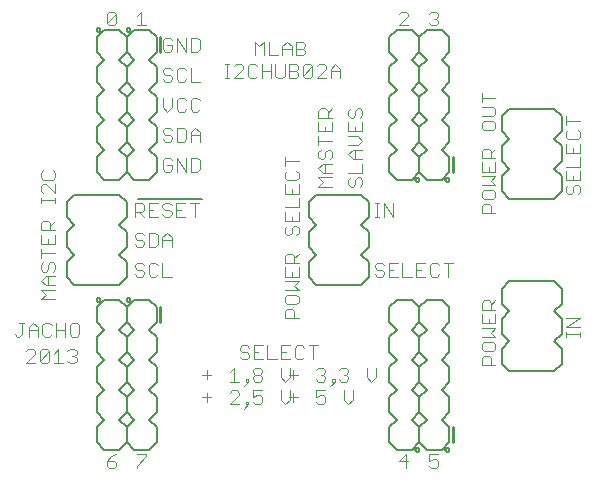
<source format=gbr>
G75*
G70*
%OFA0B0*%
%FSLAX24Y24*%
%IPPOS*%
%LPD*%
%AMOC8*
5,1,8,0,0,1.08239X$1,22.5*
%
%ADD10C,0.0040*%
%ADD11C,0.0079*%
%ADD12C,0.0100*%
%ADD13C,0.0060*%
%ADD14C,0.0050*%
D10*
X003920Y004385D02*
X003997Y004308D01*
X004150Y004308D01*
X004227Y004385D01*
X004227Y004461D01*
X004150Y004538D01*
X003920Y004538D01*
X003920Y004385D01*
X003920Y004538D02*
X004073Y004692D01*
X004227Y004768D01*
X004920Y004768D02*
X005227Y004768D01*
X005227Y004692D01*
X004920Y004385D01*
X004920Y004308D01*
X007261Y006510D02*
X007261Y006817D01*
X007108Y006663D02*
X007414Y006663D01*
X008028Y006817D02*
X008105Y006893D01*
X008258Y006893D01*
X008335Y006817D01*
X008335Y006740D01*
X008028Y006433D01*
X008335Y006433D01*
X008489Y006280D02*
X008642Y006433D01*
X008565Y006433D01*
X008565Y006510D01*
X008642Y006510D01*
X008642Y006433D01*
X008796Y006510D02*
X008872Y006433D01*
X009026Y006433D01*
X009103Y006510D01*
X009103Y006663D01*
X009026Y006740D01*
X008949Y006740D01*
X008796Y006663D01*
X008796Y006893D01*
X009103Y006893D01*
X009026Y007183D02*
X008872Y007183D01*
X008796Y007260D01*
X008796Y007336D01*
X008872Y007413D01*
X009026Y007413D01*
X009103Y007336D01*
X009103Y007260D01*
X009026Y007183D01*
X008642Y007183D02*
X008642Y007260D01*
X008565Y007260D01*
X008565Y007183D01*
X008642Y007183D01*
X008489Y007030D01*
X008335Y007183D02*
X008028Y007183D01*
X008182Y007183D02*
X008182Y007643D01*
X008028Y007490D01*
X008434Y007933D02*
X008358Y008010D01*
X008434Y007933D02*
X008588Y007933D01*
X008664Y008010D01*
X008664Y008086D01*
X008588Y008163D01*
X008434Y008163D01*
X008358Y008240D01*
X008358Y008317D01*
X008434Y008393D01*
X008588Y008393D01*
X008664Y008317D01*
X008818Y008393D02*
X008818Y007933D01*
X009125Y007933D01*
X009278Y007933D02*
X009585Y007933D01*
X009739Y007933D02*
X010046Y007933D01*
X010199Y008010D02*
X010276Y007933D01*
X010429Y007933D01*
X010506Y008010D01*
X010506Y008317D02*
X010429Y008393D01*
X010276Y008393D01*
X010199Y008317D01*
X010199Y008010D01*
X009892Y008163D02*
X009739Y008163D01*
X009739Y008393D02*
X009739Y007933D01*
X009716Y007643D02*
X009716Y007336D01*
X009870Y007183D01*
X010023Y007336D01*
X010023Y007643D01*
X010136Y007567D02*
X010136Y007260D01*
X009983Y007413D02*
X010289Y007413D01*
X010023Y006893D02*
X010023Y006586D01*
X009870Y006433D01*
X009716Y006586D01*
X009716Y006893D01*
X009983Y006663D02*
X010289Y006663D01*
X010136Y006510D02*
X010136Y006817D01*
X010903Y006893D02*
X010903Y006663D01*
X011057Y006740D01*
X011133Y006740D01*
X011210Y006663D01*
X011210Y006510D01*
X011133Y006433D01*
X010980Y006433D01*
X010903Y006510D01*
X010903Y006893D02*
X011210Y006893D01*
X011364Y007030D02*
X011517Y007183D01*
X011440Y007183D01*
X011440Y007260D01*
X011517Y007260D01*
X011517Y007183D01*
X011671Y007260D02*
X011747Y007183D01*
X011901Y007183D01*
X011978Y007260D01*
X011978Y007336D01*
X011901Y007413D01*
X011824Y007413D01*
X011901Y007413D02*
X011978Y007490D01*
X011978Y007567D01*
X011901Y007643D01*
X011747Y007643D01*
X011671Y007567D01*
X011210Y007567D02*
X011210Y007490D01*
X011133Y007413D01*
X011210Y007336D01*
X011210Y007260D01*
X011133Y007183D01*
X010980Y007183D01*
X010903Y007260D01*
X011057Y007413D02*
X011133Y007413D01*
X011210Y007567D02*
X011133Y007643D01*
X010980Y007643D01*
X010903Y007567D01*
X010813Y007933D02*
X010813Y008393D01*
X010966Y008393D02*
X010659Y008393D01*
X010046Y008393D02*
X009739Y008393D01*
X009278Y008393D02*
X009278Y007933D01*
X008971Y008163D02*
X008818Y008163D01*
X008818Y008393D02*
X009125Y008393D01*
X009026Y007643D02*
X009103Y007567D01*
X009103Y007490D01*
X009026Y007413D01*
X008872Y007413D02*
X008796Y007490D01*
X008796Y007567D01*
X008872Y007643D01*
X009026Y007643D01*
X007414Y007413D02*
X007108Y007413D01*
X007261Y007260D02*
X007261Y007567D01*
X009857Y009308D02*
X009857Y009538D01*
X009934Y009615D01*
X010087Y009615D01*
X010164Y009538D01*
X010164Y009308D01*
X010318Y009308D02*
X009857Y009308D01*
X009934Y009768D02*
X010241Y009768D01*
X010318Y009845D01*
X010318Y009999D01*
X010241Y010075D01*
X009934Y010075D01*
X009857Y009999D01*
X009857Y009845D01*
X009934Y009768D01*
X009857Y010229D02*
X010318Y010229D01*
X010164Y010382D01*
X010318Y010536D01*
X009857Y010536D01*
X009857Y010689D02*
X010318Y010689D01*
X010318Y010996D01*
X010318Y011150D02*
X009857Y011150D01*
X009857Y011380D01*
X009934Y011456D01*
X010087Y011456D01*
X010164Y011380D01*
X010164Y011150D01*
X010164Y011303D02*
X010318Y011456D01*
X010241Y012070D02*
X010318Y012147D01*
X010318Y012301D01*
X010241Y012377D01*
X010164Y012377D01*
X010087Y012301D01*
X010087Y012147D01*
X010011Y012070D01*
X009934Y012070D01*
X009857Y012147D01*
X009857Y012301D01*
X009934Y012377D01*
X009857Y012531D02*
X010318Y012531D01*
X010318Y012838D01*
X010318Y012991D02*
X010318Y013298D01*
X010318Y013452D02*
X010318Y013758D01*
X010241Y013912D02*
X010318Y013989D01*
X010318Y014142D01*
X010241Y014219D01*
X009934Y014219D02*
X009857Y014142D01*
X009857Y013989D01*
X009934Y013912D01*
X010241Y013912D01*
X010087Y013605D02*
X010087Y013452D01*
X009857Y013452D02*
X009857Y013758D01*
X009857Y013452D02*
X010318Y013452D01*
X010982Y013683D02*
X011136Y013836D01*
X010982Y013990D01*
X011443Y013990D01*
X011443Y014143D02*
X011136Y014143D01*
X010982Y014297D01*
X011136Y014450D01*
X011443Y014450D01*
X011366Y014604D02*
X011443Y014681D01*
X011443Y014834D01*
X011366Y014911D01*
X011289Y014911D01*
X011212Y014834D01*
X011212Y014681D01*
X011136Y014604D01*
X011059Y014604D01*
X010982Y014681D01*
X010982Y014834D01*
X011059Y014911D01*
X010982Y015064D02*
X010982Y015371D01*
X010982Y015218D02*
X011443Y015218D01*
X011443Y015525D02*
X011443Y015831D01*
X011443Y015985D02*
X010982Y015985D01*
X010982Y016215D01*
X011059Y016292D01*
X011212Y016292D01*
X011289Y016215D01*
X011289Y015985D01*
X011289Y016138D02*
X011443Y016292D01*
X011982Y016215D02*
X011982Y016062D01*
X012059Y015985D01*
X012136Y015985D01*
X012212Y016062D01*
X012212Y016215D01*
X012289Y016292D01*
X012366Y016292D01*
X012443Y016215D01*
X012443Y016062D01*
X012366Y015985D01*
X012443Y015831D02*
X012443Y015525D01*
X011982Y015525D01*
X011982Y015831D01*
X012212Y015678D02*
X012212Y015525D01*
X012289Y015371D02*
X011982Y015371D01*
X011982Y015064D02*
X012289Y015064D01*
X012443Y015218D01*
X012289Y015371D01*
X012212Y014911D02*
X012212Y014604D01*
X012136Y014604D02*
X011982Y014757D01*
X012136Y014911D01*
X012443Y014911D01*
X012443Y014604D02*
X012136Y014604D01*
X012443Y014450D02*
X012443Y014143D01*
X011982Y014143D01*
X012059Y013990D02*
X011982Y013913D01*
X011982Y013760D01*
X012059Y013683D01*
X012136Y013683D01*
X012212Y013760D01*
X012212Y013913D01*
X012289Y013990D01*
X012366Y013990D01*
X012443Y013913D01*
X012443Y013760D01*
X012366Y013683D01*
X012858Y013143D02*
X013011Y013143D01*
X012934Y013143D02*
X012934Y012683D01*
X012858Y012683D02*
X013011Y012683D01*
X013164Y012683D02*
X013164Y013143D01*
X013471Y012683D01*
X013471Y013143D01*
X011443Y013683D02*
X010982Y013683D01*
X011212Y014143D02*
X011212Y014450D01*
X010318Y014526D02*
X009857Y014526D01*
X009857Y014679D02*
X009857Y014372D01*
X010982Y015525D02*
X011443Y015525D01*
X011212Y015525D02*
X011212Y015678D01*
X010982Y015831D02*
X010982Y015525D01*
X011982Y016215D02*
X012059Y016292D01*
X011694Y017308D02*
X011694Y017615D01*
X011541Y017768D01*
X011387Y017615D01*
X011387Y017308D01*
X011234Y017308D02*
X010927Y017308D01*
X011234Y017615D01*
X011234Y017692D01*
X011157Y017768D01*
X011004Y017768D01*
X010927Y017692D01*
X010773Y017692D02*
X010466Y017385D01*
X010543Y017308D01*
X010697Y017308D01*
X010773Y017385D01*
X010773Y017692D01*
X010697Y017768D01*
X010543Y017768D01*
X010466Y017692D01*
X010466Y017385D01*
X010313Y017385D02*
X010236Y017308D01*
X010006Y017308D01*
X010006Y017768D01*
X010236Y017768D01*
X010313Y017692D01*
X010313Y017615D01*
X010236Y017538D01*
X010006Y017538D01*
X009853Y017385D02*
X009776Y017308D01*
X009622Y017308D01*
X009546Y017385D01*
X009546Y017768D01*
X009392Y017768D02*
X009392Y017308D01*
X009392Y017538D02*
X009085Y017538D01*
X008932Y017385D02*
X008855Y017308D01*
X008702Y017308D01*
X008625Y017385D01*
X008625Y017692D01*
X008702Y017768D01*
X008855Y017768D01*
X008932Y017692D01*
X009085Y017768D02*
X009085Y017308D01*
X008471Y017308D02*
X008164Y017308D01*
X008471Y017615D01*
X008471Y017692D01*
X008395Y017768D01*
X008241Y017768D01*
X008164Y017692D01*
X008011Y017768D02*
X007858Y017768D01*
X007934Y017768D02*
X007934Y017308D01*
X007858Y017308D02*
X008011Y017308D01*
X007023Y017183D02*
X006716Y017183D01*
X006716Y017643D01*
X006562Y017567D02*
X006486Y017643D01*
X006332Y017643D01*
X006255Y017567D01*
X006255Y017260D01*
X006332Y017183D01*
X006486Y017183D01*
X006562Y017260D01*
X006102Y017260D02*
X006025Y017183D01*
X005872Y017183D01*
X005795Y017260D01*
X005872Y017413D02*
X006025Y017413D01*
X006102Y017336D01*
X006102Y017260D01*
X005872Y017413D02*
X005795Y017490D01*
X005795Y017567D01*
X005872Y017643D01*
X006025Y017643D01*
X006102Y017567D01*
X006025Y018183D02*
X005872Y018183D01*
X005795Y018260D01*
X005795Y018567D01*
X005872Y018643D01*
X006025Y018643D01*
X006102Y018567D01*
X006102Y018413D02*
X005948Y018413D01*
X006102Y018413D02*
X006102Y018260D01*
X006025Y018183D01*
X006255Y018183D02*
X006255Y018643D01*
X006562Y018183D01*
X006562Y018643D01*
X006716Y018643D02*
X006946Y018643D01*
X007023Y018567D01*
X007023Y018260D01*
X006946Y018183D01*
X006716Y018183D01*
X006716Y018643D01*
X005227Y019058D02*
X004920Y019058D01*
X005073Y019058D02*
X005073Y019518D01*
X004920Y019365D01*
X004227Y019442D02*
X004227Y019135D01*
X004150Y019058D01*
X003997Y019058D01*
X003920Y019135D01*
X004227Y019442D01*
X004150Y019518D01*
X003997Y019518D01*
X003920Y019442D01*
X003920Y019135D01*
X005795Y016643D02*
X005795Y016336D01*
X005948Y016183D01*
X006102Y016336D01*
X006102Y016643D01*
X006255Y016567D02*
X006255Y016260D01*
X006332Y016183D01*
X006486Y016183D01*
X006562Y016260D01*
X006716Y016260D02*
X006793Y016183D01*
X006946Y016183D01*
X007023Y016260D01*
X007023Y016567D02*
X006946Y016643D01*
X006793Y016643D01*
X006716Y016567D01*
X006716Y016260D01*
X006562Y016567D02*
X006486Y016643D01*
X006332Y016643D01*
X006255Y016567D01*
X006255Y015643D02*
X006486Y015643D01*
X006562Y015567D01*
X006562Y015260D01*
X006486Y015183D01*
X006255Y015183D01*
X006255Y015643D01*
X006102Y015567D02*
X006025Y015643D01*
X005872Y015643D01*
X005795Y015567D01*
X005795Y015490D01*
X005872Y015413D01*
X006025Y015413D01*
X006102Y015336D01*
X006102Y015260D01*
X006025Y015183D01*
X005872Y015183D01*
X005795Y015260D01*
X005872Y014643D02*
X005795Y014567D01*
X005795Y014260D01*
X005872Y014183D01*
X006025Y014183D01*
X006102Y014260D01*
X006102Y014413D01*
X005948Y014413D01*
X006102Y014567D02*
X006025Y014643D01*
X005872Y014643D01*
X006255Y014643D02*
X006562Y014183D01*
X006562Y014643D01*
X006716Y014643D02*
X006946Y014643D01*
X007023Y014567D01*
X007023Y014260D01*
X006946Y014183D01*
X006716Y014183D01*
X006716Y014643D01*
X006255Y014643D02*
X006255Y014183D01*
X006239Y013143D02*
X006239Y012683D01*
X006546Y012683D01*
X006392Y012913D02*
X006239Y012913D01*
X006085Y012836D02*
X006085Y012760D01*
X006008Y012683D01*
X005855Y012683D01*
X005778Y012760D01*
X005625Y012683D02*
X005318Y012683D01*
X005318Y013143D01*
X005625Y013143D01*
X005778Y013067D02*
X005778Y012990D01*
X005855Y012913D01*
X006008Y012913D01*
X006085Y012836D01*
X006085Y013067D02*
X006008Y013143D01*
X005855Y013143D01*
X005778Y013067D01*
X005471Y012913D02*
X005318Y012913D01*
X005164Y012913D02*
X005088Y012836D01*
X004858Y012836D01*
X005011Y012836D02*
X005164Y012683D01*
X005164Y012913D02*
X005164Y013067D01*
X005088Y013143D01*
X004858Y013143D01*
X004858Y012683D01*
X004934Y012143D02*
X004858Y012067D01*
X004858Y011990D01*
X004934Y011913D01*
X005088Y011913D01*
X005164Y011836D01*
X005164Y011760D01*
X005088Y011683D01*
X004934Y011683D01*
X004858Y011760D01*
X004934Y012143D02*
X005088Y012143D01*
X005164Y012067D01*
X005318Y012143D02*
X005548Y012143D01*
X005625Y012067D01*
X005625Y011760D01*
X005548Y011683D01*
X005318Y011683D01*
X005318Y012143D01*
X005778Y011990D02*
X005778Y011683D01*
X005778Y011913D02*
X006085Y011913D01*
X006085Y011990D02*
X006085Y011683D01*
X006085Y011990D02*
X005932Y012143D01*
X005778Y011990D01*
X005778Y011143D02*
X005778Y010683D01*
X006085Y010683D01*
X005625Y010760D02*
X005548Y010683D01*
X005395Y010683D01*
X005318Y010760D01*
X005318Y011067D01*
X005395Y011143D01*
X005548Y011143D01*
X005625Y011067D01*
X005164Y011067D02*
X005088Y011143D01*
X004934Y011143D01*
X004858Y011067D01*
X004858Y010990D01*
X004934Y010913D01*
X005088Y010913D01*
X005164Y010836D01*
X005164Y010760D01*
X005088Y010683D01*
X004934Y010683D01*
X004858Y010760D01*
X003006Y009067D02*
X002929Y009143D01*
X002776Y009143D01*
X002699Y009067D01*
X002699Y008760D01*
X002776Y008683D01*
X002929Y008683D01*
X003006Y008760D01*
X003006Y009067D01*
X002546Y009143D02*
X002546Y008683D01*
X002546Y008913D02*
X002239Y008913D01*
X002085Y008760D02*
X002008Y008683D01*
X001855Y008683D01*
X001778Y008760D01*
X001778Y009067D01*
X001855Y009143D01*
X002008Y009143D01*
X002085Y009067D01*
X002239Y009143D02*
X002239Y008683D01*
X002307Y008268D02*
X002307Y007808D01*
X002460Y007808D02*
X002153Y007808D01*
X002000Y007885D02*
X001923Y007808D01*
X001770Y007808D01*
X001693Y007885D01*
X002000Y008192D01*
X002000Y007885D01*
X002153Y008115D02*
X002307Y008268D01*
X002614Y008192D02*
X002690Y008268D01*
X002844Y008268D01*
X002921Y008192D01*
X002921Y008115D01*
X002844Y008038D01*
X002921Y007961D01*
X002921Y007885D01*
X002844Y007808D01*
X002690Y007808D01*
X002614Y007885D01*
X002767Y008038D02*
X002844Y008038D01*
X002000Y008192D02*
X001923Y008268D01*
X001770Y008268D01*
X001693Y008192D01*
X001693Y007885D01*
X001539Y007808D02*
X001233Y007808D01*
X001539Y008115D01*
X001539Y008192D01*
X001463Y008268D01*
X001309Y008268D01*
X001233Y008192D01*
X001318Y008683D02*
X001318Y008990D01*
X001471Y009143D01*
X001625Y008990D01*
X001625Y008683D01*
X001625Y008913D02*
X001318Y008913D01*
X001088Y008760D02*
X001088Y009143D01*
X001164Y009143D02*
X001011Y009143D01*
X001088Y008760D02*
X001011Y008683D01*
X000934Y008683D01*
X000858Y008760D01*
X001732Y009933D02*
X001886Y010086D01*
X001732Y010240D01*
X002193Y010240D01*
X002193Y010393D02*
X001886Y010393D01*
X001732Y010547D01*
X001886Y010700D01*
X002193Y010700D01*
X002116Y010854D02*
X002193Y010931D01*
X002193Y011084D01*
X002116Y011161D01*
X002039Y011161D01*
X001962Y011084D01*
X001962Y010931D01*
X001886Y010854D01*
X001809Y010854D01*
X001732Y010931D01*
X001732Y011084D01*
X001809Y011161D01*
X001732Y011314D02*
X001732Y011621D01*
X001732Y011468D02*
X002193Y011468D01*
X002193Y011775D02*
X001732Y011775D01*
X001732Y012081D01*
X001732Y012235D02*
X001732Y012465D01*
X001809Y012542D01*
X001962Y012542D01*
X002039Y012465D01*
X002039Y012235D01*
X002039Y012388D02*
X002193Y012542D01*
X002193Y012235D02*
X001732Y012235D01*
X002193Y012081D02*
X002193Y011775D01*
X001962Y011775D02*
X001962Y011928D01*
X001962Y010700D02*
X001962Y010393D01*
X002193Y009933D02*
X001732Y009933D01*
X001732Y013156D02*
X001732Y013309D01*
X001732Y013232D02*
X002193Y013232D01*
X002193Y013156D02*
X002193Y013309D01*
X002193Y013463D02*
X001886Y013770D01*
X001809Y013770D01*
X001732Y013693D01*
X001732Y013539D01*
X001809Y013463D01*
X002193Y013463D02*
X002193Y013770D01*
X002116Y013923D02*
X001809Y013923D01*
X001732Y014000D01*
X001732Y014153D01*
X001809Y014230D01*
X002116Y014230D02*
X002193Y014153D01*
X002193Y014000D01*
X002116Y013923D01*
X006239Y013143D02*
X006546Y013143D01*
X006699Y013143D02*
X007006Y013143D01*
X006853Y013143D02*
X006853Y012683D01*
X006716Y015183D02*
X006716Y015490D01*
X006869Y015643D01*
X007023Y015490D01*
X007023Y015183D01*
X007023Y015413D02*
X006716Y015413D01*
X008858Y018058D02*
X008858Y018518D01*
X009011Y018365D01*
X009164Y018518D01*
X009164Y018058D01*
X009318Y018058D02*
X009625Y018058D01*
X009778Y018058D02*
X009778Y018365D01*
X009932Y018518D01*
X010085Y018365D01*
X010085Y018058D01*
X010239Y018058D02*
X010469Y018058D01*
X010546Y018135D01*
X010546Y018211D01*
X010469Y018288D01*
X010239Y018288D01*
X010085Y018288D02*
X009778Y018288D01*
X009318Y018518D02*
X009318Y018058D01*
X009853Y017768D02*
X009853Y017385D01*
X010236Y017538D02*
X010313Y017461D01*
X010313Y017385D01*
X010239Y018058D02*
X010239Y018518D01*
X010469Y018518D01*
X010546Y018442D01*
X010546Y018365D01*
X010469Y018288D01*
X011387Y017538D02*
X011694Y017538D01*
X013670Y019058D02*
X013977Y019365D01*
X013977Y019442D01*
X013900Y019518D01*
X013747Y019518D01*
X013670Y019442D01*
X013670Y019058D02*
X013977Y019058D01*
X014670Y019135D02*
X014747Y019058D01*
X014900Y019058D01*
X014977Y019135D01*
X014977Y019211D01*
X014900Y019288D01*
X014823Y019288D01*
X014900Y019288D02*
X014977Y019365D01*
X014977Y019442D01*
X014900Y019518D01*
X014747Y019518D01*
X014670Y019442D01*
X016420Y016798D02*
X016420Y016491D01*
X016420Y016338D02*
X016803Y016338D01*
X016880Y016261D01*
X016880Y016107D01*
X016803Y016031D01*
X016420Y016031D01*
X016496Y015877D02*
X016420Y015801D01*
X016420Y015647D01*
X016496Y015570D01*
X016803Y015570D01*
X016880Y015647D01*
X016880Y015801D01*
X016803Y015877D01*
X016496Y015877D01*
X016420Y016645D02*
X016880Y016645D01*
X016880Y014956D02*
X016727Y014803D01*
X016727Y014880D02*
X016727Y014650D01*
X016880Y014650D02*
X016420Y014650D01*
X016420Y014880D01*
X016496Y014956D01*
X016650Y014956D01*
X016727Y014880D01*
X016880Y014496D02*
X016880Y014189D01*
X016420Y014189D01*
X016420Y014496D01*
X016650Y014343D02*
X016650Y014189D01*
X016880Y014036D02*
X016420Y014036D01*
X016727Y013882D02*
X016880Y014036D01*
X016727Y013882D02*
X016880Y013729D01*
X016420Y013729D01*
X016496Y013575D02*
X016420Y013499D01*
X016420Y013345D01*
X016496Y013268D01*
X016803Y013268D01*
X016880Y013345D01*
X016880Y013499D01*
X016803Y013575D01*
X016496Y013575D01*
X016496Y013115D02*
X016650Y013115D01*
X016727Y013038D01*
X016727Y012808D01*
X016880Y012808D02*
X016420Y012808D01*
X016420Y013038D01*
X016496Y013115D01*
X015466Y011143D02*
X015159Y011143D01*
X015313Y011143D02*
X015313Y010683D01*
X015006Y010760D02*
X014929Y010683D01*
X014776Y010683D01*
X014699Y010760D01*
X014699Y011067D01*
X014776Y011143D01*
X014929Y011143D01*
X015006Y011067D01*
X014546Y011143D02*
X014239Y011143D01*
X014239Y010683D01*
X014546Y010683D01*
X014392Y010913D02*
X014239Y010913D01*
X014085Y010683D02*
X013778Y010683D01*
X013778Y011143D01*
X013625Y011143D02*
X013318Y011143D01*
X013318Y010683D01*
X013625Y010683D01*
X013471Y010913D02*
X013318Y010913D01*
X013164Y010836D02*
X013164Y010760D01*
X013088Y010683D01*
X012934Y010683D01*
X012858Y010760D01*
X012934Y010913D02*
X013088Y010913D01*
X013164Y010836D01*
X013164Y011067D02*
X013088Y011143D01*
X012934Y011143D01*
X012858Y011067D01*
X012858Y010990D01*
X012934Y010913D01*
X010318Y012991D02*
X009857Y012991D01*
X009857Y012838D02*
X009857Y012531D01*
X010087Y012531D02*
X010087Y012684D01*
X009857Y010996D02*
X009857Y010689D01*
X010087Y010689D02*
X010087Y010843D01*
X012591Y007643D02*
X012591Y007336D01*
X012745Y007183D01*
X012898Y007336D01*
X012898Y007643D01*
X012131Y006893D02*
X012131Y006586D01*
X011978Y006433D01*
X011824Y006586D01*
X011824Y006893D01*
X013900Y004768D02*
X013670Y004538D01*
X013977Y004538D01*
X013900Y004308D02*
X013900Y004768D01*
X014670Y004768D02*
X014670Y004538D01*
X014823Y004615D01*
X014900Y004615D01*
X014977Y004538D01*
X014977Y004385D01*
X014900Y004308D01*
X014747Y004308D01*
X014670Y004385D01*
X014670Y004768D02*
X014977Y004768D01*
X016420Y007745D02*
X016420Y007976D01*
X016496Y008052D01*
X016650Y008052D01*
X016727Y007976D01*
X016727Y007745D01*
X016880Y007745D02*
X016420Y007745D01*
X016496Y008206D02*
X016803Y008206D01*
X016880Y008283D01*
X016880Y008436D01*
X016803Y008513D01*
X016496Y008513D01*
X016420Y008436D01*
X016420Y008283D01*
X016496Y008206D01*
X016420Y008666D02*
X016880Y008666D01*
X016727Y008820D01*
X016880Y008973D01*
X016420Y008973D01*
X016420Y009127D02*
X016880Y009127D01*
X016880Y009434D01*
X016880Y009587D02*
X016420Y009587D01*
X016420Y009817D01*
X016496Y009894D01*
X016650Y009894D01*
X016727Y009817D01*
X016727Y009587D01*
X016727Y009741D02*
X016880Y009894D01*
X016420Y009434D02*
X016420Y009127D01*
X016650Y009127D02*
X016650Y009280D01*
X019232Y009297D02*
X019693Y009297D01*
X019232Y008990D01*
X019693Y008990D01*
X019693Y008836D02*
X019693Y008683D01*
X019693Y008760D02*
X019232Y008760D01*
X019232Y008836D02*
X019232Y008683D01*
X019309Y013433D02*
X019386Y013433D01*
X019462Y013510D01*
X019462Y013663D01*
X019539Y013740D01*
X019616Y013740D01*
X019693Y013663D01*
X019693Y013510D01*
X019616Y013433D01*
X019309Y013433D02*
X019232Y013510D01*
X019232Y013663D01*
X019309Y013740D01*
X019232Y013893D02*
X019693Y013893D01*
X019693Y014200D01*
X019693Y014354D02*
X019693Y014661D01*
X019693Y014814D02*
X019693Y015121D01*
X019616Y015275D02*
X019693Y015351D01*
X019693Y015505D01*
X019616Y015581D01*
X019616Y015275D02*
X019309Y015275D01*
X019232Y015351D01*
X019232Y015505D01*
X019309Y015581D01*
X019232Y015735D02*
X019232Y016042D01*
X019232Y015888D02*
X019693Y015888D01*
X019232Y015121D02*
X019232Y014814D01*
X019693Y014814D01*
X019462Y014814D02*
X019462Y014968D01*
X019232Y014354D02*
X019693Y014354D01*
X019462Y014047D02*
X019462Y013893D01*
X019232Y013893D02*
X019232Y014200D01*
D11*
X007088Y013288D02*
X004963Y013288D01*
D12*
X005713Y009663D02*
X005713Y009163D01*
X015463Y005663D02*
X015463Y005163D01*
X015463Y014163D02*
X015463Y014663D01*
X005713Y018163D02*
X005713Y018663D01*
D13*
X005588Y018663D02*
X005338Y018913D01*
X004838Y018913D01*
X004588Y018663D01*
X004588Y018163D01*
X004838Y017913D01*
X004588Y017663D01*
X004588Y017163D01*
X004838Y016913D01*
X004588Y016663D01*
X004588Y016163D01*
X004838Y015913D01*
X004588Y015663D01*
X004588Y015163D01*
X004838Y014913D01*
X004588Y014663D01*
X004588Y014163D01*
X004838Y013913D01*
X005338Y013913D01*
X005588Y014163D01*
X005588Y014663D01*
X005338Y014913D01*
X005588Y015163D01*
X005588Y015663D01*
X005338Y015913D01*
X005588Y016163D01*
X005588Y016663D01*
X005338Y016913D01*
X005588Y017163D01*
X005588Y017663D01*
X005338Y017913D01*
X005588Y018163D01*
X005588Y018663D01*
X004588Y018663D02*
X004588Y018163D01*
X004338Y017913D01*
X004588Y017663D01*
X004588Y017163D01*
X004338Y016913D01*
X004588Y016663D01*
X004588Y016163D01*
X004338Y015913D01*
X004588Y015663D01*
X004588Y015163D01*
X004338Y014913D01*
X004588Y014663D01*
X004588Y014163D01*
X004338Y013913D01*
X003838Y013913D01*
X003588Y014163D01*
X003588Y014663D01*
X003838Y014913D01*
X003588Y015163D01*
X003588Y015663D01*
X003838Y015913D01*
X003588Y016163D01*
X003588Y016663D01*
X003838Y016913D01*
X003588Y017163D01*
X003588Y017663D01*
X003838Y017913D01*
X003588Y018163D01*
X003588Y018663D01*
X003838Y018913D01*
X004338Y018913D01*
X004588Y018663D01*
X004338Y013413D02*
X002838Y013413D01*
X002588Y013163D01*
X002588Y012663D01*
X002838Y012413D01*
X002588Y012163D01*
X002588Y011663D01*
X002838Y011413D01*
X002588Y011163D01*
X002588Y010663D01*
X002838Y010413D01*
X004338Y010413D01*
X004588Y010663D01*
X004588Y011163D01*
X004338Y011413D01*
X004588Y011663D01*
X004588Y012163D01*
X004338Y012413D01*
X004588Y012663D01*
X004588Y013163D01*
X004338Y013413D01*
X004338Y009913D02*
X003838Y009913D01*
X003588Y009663D01*
X003588Y009163D01*
X003838Y008913D01*
X003588Y008663D01*
X003588Y008163D01*
X003838Y007913D01*
X003588Y007663D01*
X003588Y007163D01*
X003838Y006913D01*
X003588Y006663D01*
X003588Y006163D01*
X003838Y005913D01*
X003588Y005663D01*
X003588Y005163D01*
X003838Y004913D01*
X004338Y004913D01*
X004588Y005163D01*
X004588Y005663D01*
X004838Y005913D01*
X004588Y006163D01*
X004588Y006663D01*
X004838Y006913D01*
X004588Y007163D01*
X004588Y007663D01*
X004838Y007913D01*
X004588Y008163D01*
X004588Y008663D01*
X004838Y008913D01*
X004588Y009163D01*
X004588Y009663D01*
X004838Y009913D01*
X005338Y009913D01*
X005588Y009663D01*
X005588Y009163D01*
X005338Y008913D01*
X005588Y008663D01*
X005588Y008163D01*
X005338Y007913D01*
X005588Y007663D01*
X005588Y007163D01*
X005338Y006913D01*
X005588Y006663D01*
X005588Y006163D01*
X005338Y005913D01*
X005588Y005663D01*
X005588Y005163D01*
X005338Y004913D01*
X004838Y004913D01*
X004588Y005163D01*
X004588Y005663D01*
X004338Y005913D01*
X004588Y006163D01*
X004588Y006663D01*
X004338Y006913D01*
X004588Y007163D01*
X004588Y007663D01*
X004338Y007913D01*
X004588Y008163D01*
X004588Y008663D01*
X004338Y008913D01*
X004588Y009163D01*
X004588Y009663D01*
X004338Y009913D01*
X010650Y010663D02*
X010650Y011163D01*
X010900Y011413D01*
X010650Y011663D01*
X010650Y012163D01*
X010900Y012413D01*
X010650Y012663D01*
X010650Y013163D01*
X010900Y013413D01*
X012400Y013413D01*
X012650Y013163D01*
X012650Y012663D01*
X012400Y012413D01*
X012650Y012163D01*
X012650Y011663D01*
X012400Y011413D01*
X012650Y011163D01*
X012650Y010663D01*
X012400Y010413D01*
X010900Y010413D01*
X010650Y010663D01*
X013338Y009663D02*
X013338Y009163D01*
X013588Y008913D01*
X013338Y008663D01*
X013338Y008163D01*
X013588Y007913D01*
X013338Y007663D01*
X013338Y007163D01*
X013588Y006913D01*
X013338Y006663D01*
X013338Y006163D01*
X013588Y005913D01*
X013338Y005663D01*
X013338Y005163D01*
X013588Y004913D01*
X014088Y004913D01*
X014338Y005163D01*
X014588Y004913D01*
X015088Y004913D01*
X015338Y005163D01*
X015338Y005663D01*
X015088Y005913D01*
X015338Y006163D01*
X015338Y006663D01*
X015088Y006913D01*
X015338Y007163D01*
X015338Y007663D01*
X015088Y007913D01*
X015338Y008163D01*
X015338Y008663D01*
X015088Y008913D01*
X015338Y009163D01*
X015338Y009663D01*
X015088Y009913D01*
X014588Y009913D01*
X014338Y009663D01*
X014338Y009163D01*
X014588Y008913D01*
X014338Y008663D01*
X014338Y008163D01*
X014588Y007913D01*
X014338Y007663D01*
X014338Y007163D01*
X014588Y006913D01*
X014338Y006663D01*
X014338Y006163D01*
X014588Y005913D01*
X014338Y005663D01*
X014338Y005163D01*
X014338Y005663D01*
X014088Y005913D01*
X014338Y006163D01*
X014338Y006663D01*
X014088Y006913D01*
X014338Y007163D01*
X014338Y007663D01*
X014088Y007913D01*
X014338Y008163D01*
X014338Y008663D01*
X014088Y008913D01*
X014338Y009163D01*
X014338Y009663D01*
X014088Y009913D01*
X013588Y009913D01*
X013338Y009663D01*
X017088Y009788D02*
X017088Y010288D01*
X017338Y010538D01*
X018838Y010538D01*
X019088Y010288D01*
X019088Y009788D01*
X018838Y009538D01*
X019088Y009288D01*
X019088Y008788D01*
X018838Y008538D01*
X019088Y008288D01*
X019088Y007788D01*
X018838Y007538D01*
X017338Y007538D01*
X017088Y007788D01*
X017088Y008288D01*
X017338Y008538D01*
X017088Y008788D01*
X017088Y009288D01*
X017338Y009538D01*
X017088Y009788D01*
X017338Y013288D02*
X017088Y013538D01*
X017088Y014038D01*
X017338Y014288D01*
X017088Y014538D01*
X017088Y015038D01*
X017338Y015288D01*
X017088Y015538D01*
X017088Y016038D01*
X017338Y016288D01*
X018838Y016288D01*
X019088Y016038D01*
X019088Y015538D01*
X018838Y015288D01*
X019088Y015038D01*
X019088Y014538D01*
X018838Y014288D01*
X019088Y014038D01*
X019088Y013538D01*
X018838Y013288D01*
X017338Y013288D01*
X015338Y014163D02*
X015338Y014663D01*
X015088Y014913D01*
X015338Y015163D01*
X015338Y015663D01*
X015088Y015913D01*
X015338Y016163D01*
X015338Y016663D01*
X015088Y016913D01*
X015338Y017163D01*
X015338Y017663D01*
X015088Y017913D01*
X015338Y018163D01*
X015338Y018663D01*
X015088Y018913D01*
X014588Y018913D01*
X014338Y018663D01*
X014338Y018163D01*
X014588Y017913D01*
X014338Y017663D01*
X014338Y017163D01*
X014588Y016913D01*
X014338Y016663D01*
X014338Y016163D01*
X014588Y015913D01*
X014338Y015663D01*
X014338Y015163D01*
X014588Y014913D01*
X014338Y014663D01*
X014338Y014163D01*
X014588Y013913D01*
X015088Y013913D01*
X015338Y014163D01*
X014338Y014163D02*
X014338Y014663D01*
X014088Y014913D01*
X014338Y015163D01*
X014338Y015663D01*
X014088Y015913D01*
X014338Y016163D01*
X014338Y016663D01*
X014088Y016913D01*
X014338Y017163D01*
X014338Y017663D01*
X014088Y017913D01*
X014338Y018163D01*
X014338Y018663D01*
X014088Y018913D01*
X013588Y018913D01*
X013338Y018663D01*
X013338Y018163D01*
X013588Y017913D01*
X013338Y017663D01*
X013338Y017163D01*
X013588Y016913D01*
X013338Y016663D01*
X013338Y016163D01*
X013588Y015913D01*
X013338Y015663D01*
X013338Y015163D01*
X013588Y014913D01*
X013338Y014663D01*
X013338Y014163D01*
X013588Y013913D01*
X014088Y013913D01*
X014338Y014163D01*
D14*
X014212Y013913D02*
X014214Y013928D01*
X014219Y013942D01*
X014228Y013955D01*
X014239Y013965D01*
X014253Y013972D01*
X014267Y013976D01*
X014283Y013976D01*
X014297Y013972D01*
X014311Y013965D01*
X014322Y013955D01*
X014331Y013942D01*
X014336Y013928D01*
X014338Y013913D01*
X014336Y013898D01*
X014331Y013884D01*
X014322Y013871D01*
X014311Y013861D01*
X014297Y013854D01*
X014283Y013850D01*
X014267Y013850D01*
X014253Y013854D01*
X014239Y013861D01*
X014228Y013871D01*
X014219Y013884D01*
X014214Y013898D01*
X014212Y013913D01*
X015212Y013913D02*
X015214Y013928D01*
X015219Y013942D01*
X015228Y013955D01*
X015239Y013965D01*
X015253Y013972D01*
X015267Y013976D01*
X015283Y013976D01*
X015297Y013972D01*
X015311Y013965D01*
X015322Y013955D01*
X015331Y013942D01*
X015336Y013928D01*
X015338Y013913D01*
X015336Y013898D01*
X015331Y013884D01*
X015322Y013871D01*
X015311Y013861D01*
X015297Y013854D01*
X015283Y013850D01*
X015267Y013850D01*
X015253Y013854D01*
X015239Y013861D01*
X015228Y013871D01*
X015219Y013884D01*
X015214Y013898D01*
X015212Y013913D01*
X004587Y009913D02*
X004589Y009928D01*
X004594Y009942D01*
X004603Y009955D01*
X004614Y009965D01*
X004628Y009972D01*
X004642Y009976D01*
X004658Y009976D01*
X004672Y009972D01*
X004686Y009965D01*
X004697Y009955D01*
X004706Y009942D01*
X004711Y009928D01*
X004713Y009913D01*
X004711Y009898D01*
X004706Y009884D01*
X004697Y009871D01*
X004686Y009861D01*
X004672Y009854D01*
X004658Y009850D01*
X004642Y009850D01*
X004628Y009854D01*
X004614Y009861D01*
X004603Y009871D01*
X004594Y009884D01*
X004589Y009898D01*
X004587Y009913D01*
X003587Y009913D02*
X003589Y009928D01*
X003594Y009942D01*
X003603Y009955D01*
X003614Y009965D01*
X003628Y009972D01*
X003642Y009976D01*
X003658Y009976D01*
X003672Y009972D01*
X003686Y009965D01*
X003697Y009955D01*
X003706Y009942D01*
X003711Y009928D01*
X003713Y009913D01*
X003711Y009898D01*
X003706Y009884D01*
X003697Y009871D01*
X003686Y009861D01*
X003672Y009854D01*
X003658Y009850D01*
X003642Y009850D01*
X003628Y009854D01*
X003614Y009861D01*
X003603Y009871D01*
X003594Y009884D01*
X003589Y009898D01*
X003587Y009913D01*
X014212Y004913D02*
X014214Y004928D01*
X014219Y004942D01*
X014228Y004955D01*
X014239Y004965D01*
X014253Y004972D01*
X014267Y004976D01*
X014283Y004976D01*
X014297Y004972D01*
X014311Y004965D01*
X014322Y004955D01*
X014331Y004942D01*
X014336Y004928D01*
X014338Y004913D01*
X014336Y004898D01*
X014331Y004884D01*
X014322Y004871D01*
X014311Y004861D01*
X014297Y004854D01*
X014283Y004850D01*
X014267Y004850D01*
X014253Y004854D01*
X014239Y004861D01*
X014228Y004871D01*
X014219Y004884D01*
X014214Y004898D01*
X014212Y004913D01*
X015212Y004913D02*
X015214Y004928D01*
X015219Y004942D01*
X015228Y004955D01*
X015239Y004965D01*
X015253Y004972D01*
X015267Y004976D01*
X015283Y004976D01*
X015297Y004972D01*
X015311Y004965D01*
X015322Y004955D01*
X015331Y004942D01*
X015336Y004928D01*
X015338Y004913D01*
X015336Y004898D01*
X015331Y004884D01*
X015322Y004871D01*
X015311Y004861D01*
X015297Y004854D01*
X015283Y004850D01*
X015267Y004850D01*
X015253Y004854D01*
X015239Y004861D01*
X015228Y004871D01*
X015219Y004884D01*
X015214Y004898D01*
X015212Y004913D01*
X004587Y018913D02*
X004589Y018928D01*
X004594Y018942D01*
X004603Y018955D01*
X004614Y018965D01*
X004628Y018972D01*
X004642Y018976D01*
X004658Y018976D01*
X004672Y018972D01*
X004686Y018965D01*
X004697Y018955D01*
X004706Y018942D01*
X004711Y018928D01*
X004713Y018913D01*
X004711Y018898D01*
X004706Y018884D01*
X004697Y018871D01*
X004686Y018861D01*
X004672Y018854D01*
X004658Y018850D01*
X004642Y018850D01*
X004628Y018854D01*
X004614Y018861D01*
X004603Y018871D01*
X004594Y018884D01*
X004589Y018898D01*
X004587Y018913D01*
X003587Y018913D02*
X003589Y018928D01*
X003594Y018942D01*
X003603Y018955D01*
X003614Y018965D01*
X003628Y018972D01*
X003642Y018976D01*
X003658Y018976D01*
X003672Y018972D01*
X003686Y018965D01*
X003697Y018955D01*
X003706Y018942D01*
X003711Y018928D01*
X003713Y018913D01*
X003711Y018898D01*
X003706Y018884D01*
X003697Y018871D01*
X003686Y018861D01*
X003672Y018854D01*
X003658Y018850D01*
X003642Y018850D01*
X003628Y018854D01*
X003614Y018861D01*
X003603Y018871D01*
X003594Y018884D01*
X003589Y018898D01*
X003587Y018913D01*
M02*

</source>
